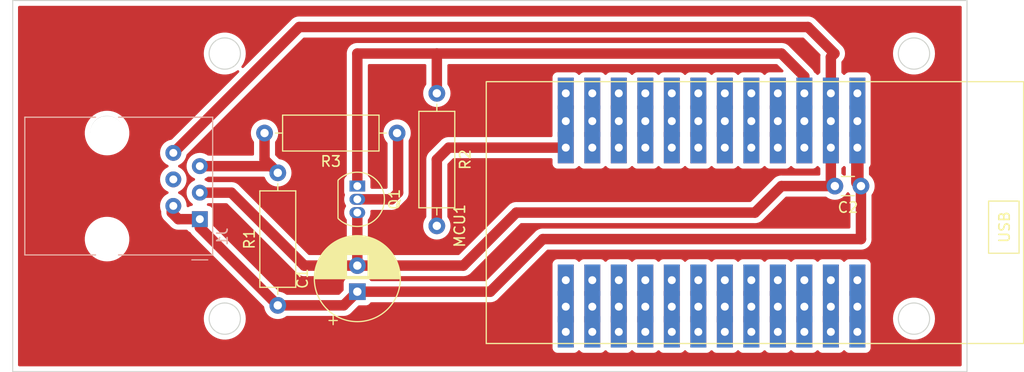
<source format=kicad_pcb>
(kicad_pcb (version 20211014) (generator pcbnew)
  (layers (0 "F.Cu" signal) (31 "B.Cu" signal) (34 "B.Paste" user) (35 "F.Paste" user) (36 "B.SilkS" user "B.Silkscreen") (37 "F.SilkS" user "F.Silkscreen") (38 "B.Mask" user) (39 "F.Mask" user) (44 "Edge.Cuts" user))
  (net 0 "")
  (net 1 "/5 volt")
  (net 2 "Net-(MCU1-Pad3)")
  (net 3 "GND")
  (net 4 "/3.3 volt")
  (net 7 "Net-(Q1-Pad2)")
  (net 9 "unconnected-(MCU1-Pad5)")
  (net 27 "Net-(J1-Pad5)")
  (footprint "Resistor_THT:R_Axial_DIN0309_L9.0mm_D3.2mm_P12.70mm_Horizontal" (layer "F.Cu") (at 55.88 21.59 -90)
    (fp_text reference "R2" (at 6.35 -2.72 90) (layer "F.SilkS"))
    (fp_text value "10000")
    (fp_line (start 10.97 1.72) (end 10.97 -1.72) (layer "F.SilkS") (width 0.12))
    (fp_line (start 1.04 0) (end 1.73 0) (layer "F.SilkS") (width 0.12))
    (fp_line (start 1.73 -1.72) (end 1.73 1.72) (layer "F.SilkS") (width 0.12))
    (fp_line (start 1.73 1.72) (end 10.97 1.72) (layer "F.SilkS") (width 0.12))
    (fp_line (start 10.97 -1.72) (end 1.73 -1.72) (layer "F.SilkS") (width 0.12))
    (fp_line (start 11.66 0) (end 10.97 0) (layer "F.SilkS") (width 0.12))
    (pad "1" thru_hole circle (at 0 0 270) (size 1.6 1.6) (drill 0.8) (layers *.Cu *.Mask) (net 2 "Net-(MCU1-Pad3)"))
    (pad "2" thru_hole oval (at 12.7 0 270) (size 1.6 1.6) (drill 0.8) (layers *.Cu *.Mask) (net 4 "/3.3 volt"))
  )
  (footprint "Capacitor_THT:CP_Radial_D8.0mm_P2.50mm" (layer "F.Cu") (at 48.26 40.6 90)
    (fp_text reference "C1" (at 1.25 -5.25 90) (layer "F.SilkS"))
    (fp_text value "50 UF")
    (fp_line (start 3.091 1.04) (end 3.091 3.647) (layer "F.SilkS") (width 0.12))
    (fp_line (start 4.091 -2.945) (end 4.091 2.945) (layer "F.SilkS") (width 0.12))
    (fp_line (start 2.091 1.04) (end 2.091 3.994) (layer "F.SilkS") (width 0.12))
    (fp_line (start 4.851 -1.964) (end 4.851 1.964) (layer "F.SilkS") (width 0.12))
    (fp_line (start 1.65 1.04) (end 1.65 4.061) (layer "F.SilkS") (width 0.12))
    (fp_line (start 2.131 1.04) (end 2.131 3.985) (layer "F.SilkS") (width 0.12))
    (fp_line (start 2.331 -3.936) (end 2.331 -1.04) (layer "F.SilkS") (width 0.12))
    (fp_line (start 1.61 -4.065) (end 1.61 -1.04) (layer "F.SilkS") (width 0.12))
    (fp_line (start 5.331 -0.533) (end 5.331 0.533) (layer "F.SilkS") (width 0.12))
    (fp_line (start 4.011 -3.019) (end 4.011 3.019) (layer "F.SilkS") (width 0.12))
    (fp_line (start 3.891 -3.124) (end 3.891 3.124) (layer "F.SilkS") (width 0.12))
    (fp_line (start 3.011 1.04) (end 3.011 3.686) (layer "F.SilkS") (width 0.12))
    (fp_line (start 3.731 -3.25) (end 3.731 3.25) (layer "F.SilkS") (width 0.12))
    (fp_line (start 3.291 1.04) (end 3.291 3.54) (layer "F.SilkS") (width 0.12))
    (fp_line (start 3.411 -3.469) (end 3.411 -1.04) (layer "F.SilkS") (width 0.12))
    (fp_line (start 5.211 -1.098) (end 5.211 1.098) (layer "F.SilkS") (width 0.12))
    (fp_line (start 2.451 1.04) (end 2.451 3.902) (layer "F.SilkS") (width 0.12))
    (fp_line (start 2.171 1.04) (end 2.171 3.976) (layer "F.SilkS") (width 0.12))
    (fp_line (start 3.651 -3.309) (end 3.651 3.309) (layer "F.SilkS") (width 0.12))
    (fp_line (start 1.81 -4.042) (end 1.81 -1.04) (layer "F.SilkS") (width 0.12))
    (fp_line (start 3.931 -3.09) (end 3.931 3.09) (layer "F.SilkS") (width 0.12))
    (fp_line (start 2.211 -3.967) (end 2.211 -1.04) (layer "F.SilkS") (width 0.12))
    (fp_line (start 2.371 1.04) (end 2.371 3.925) (layer "F.SilkS") (width 0.12))
    (fp_line (start 1.53 1.04) (end 1.53 4.071) (layer "F.SilkS") (width 0.12))
    (fp_line (start 2.971 -3.704) (end 2.971 -1.04) (layer "F.SilkS") (width 0.12))
    (fp_line (start 2.331 1.04) (end 2.331 3.936) (layer "F.SilkS") (width 0.12))
    (fp_line (start 1.971 1.04) (end 1.971 4.017) (layer "F.SilkS") (width 0.12))
    (fp_line (start 4.971 -1.731) (end 4.971 1.731) (layer "F.SilkS") (width 0.12))
    (fp_line (start 2.411 -3.914) (end 2.411 -1.04) (layer "F.SilkS") (width 0.12))
    (fp_line (start 4.171 -2.867) (end 4.171 2.867) (layer "F.SilkS") (width 0.12))
    (fp_line (start 3.291 -3.54) (end 3.291 -1.04) (layer "F.SilkS") (width 0.12))
    (fp_line (start 4.411 -2.604) (end 4.411 2.604) (layer "F.SilkS") (width 0.12))
    (fp_line (start 3.531 -3.392) (end 3.531 -1.04) (layer "F.SilkS") (width 0.12))
    (fp_line (start 1.93 1.04) (end 1.93 4.024) (layer "F.SilkS") (width 0.12))
    (fp_line (start 3.131 -3.627) (end 3.131 -1.04) (layer "F.SilkS") (width 0.12))
    (fp_line (start 3.371 1.04) (end 3.371 3.493) (layer "F.SilkS") (width 0.12))
    (fp_line (start 2.211 1.04) (end 2.211 3.967) (layer "F.SilkS") (width 0.12))
    (fp_line (start 4.731 -2.166) (end 4.731 2.166) (layer "F.SilkS") (width 0.12))
    (fp_line (start 2.531 -3.877) (end 2.531 -1.04) (layer "F.SilkS") (width 0.12))
    (fp_line (start 2.651 -3.835) (end 2.651 -1.04) (layer "F.SilkS") (width 0.12))
    (fp_line (start 1.69 1.04) (end 1.69 4.057) (layer "F.SilkS") (width 0.12))
    (fp_line (start 2.171 -3.976) (end 2.171 -1.04) (layer "F.SilkS") (width 0.12))
    (fp_line (start 1.81 1.04) (end 1.81 4.042) (layer "F.SilkS") (width 0.12))
    (fp_line (start 1.57 -4.068) (end 1.57 -1.04) (layer "F.SilkS") (width 0.12))
    (fp_line (start 1.85 -4.037) (end 1.85 -1.04) (layer "F.SilkS") (width 0.12))
    (fp_line (start 5.251 -0.948) (end 5.251 0.948) (layer "F.SilkS") (width 0.12))
    (fp_line (start 2.011 -4.01) (end 2.011 -1.04) (layer "F.SilkS") (width 0.12))
    (fp_line (start 1.33 -4.08) (end 1.33 4.08) (layer "F.SilkS") (width 0.12))
    (fp_line (start 5.131 -1.346) (end 5.131 1.346) (layer "F.SilkS") (width 0.12))
    (fp_line (start 1.89 1.04) (end 1.89 4.03) (layer "F.SilkS") (width 0.12))
    (fp_line (start 5.011 -1.645) (end 5.011 1.645) (layer "F.SilkS") (width 0.12))
    (fp_line (start 2.491 1.04) (end 2.491 3.889) (layer "F.SilkS") (width 0.12))
    (fp_line (start 4.371 -2.651) (end 4.371 2.651) (layer "F.SilkS") (width 0.12))
    (fp_line (start 2.851 1.04) (end 2.851 3.757) (layer "F.SilkS") (width 0.12))
    (fp_line (start 3.171 1.04) (end 3.171 3.606) (layer "F.SilkS") (width 0.12))
    (fp_line (start 3.811 -3.189) (end 3.811 3.189) (layer "F.SilkS") (width 0.12))
    (fp_line (start 3.051 -3.666) (end 3.051 -1.04) (layer "F.SilkS") (width 0.12))
    (fp_line (start 4.811 -2.034) (end 4.811 2.034) (layer "F.SilkS") (width 0.12))
    (fp_line (start 4.771 -2.102) (end 4.771 2.102) (layer "F.SilkS") (width 0.12))
    (fp_line (start 2.291 -3.947) (end 2.291 -1.04) (layer "F.SilkS") (width 0.12))
    (fp_line (start 3.571 -3.365) (end 3.571 3.365) (layer "F.SilkS") (width 0.12))
    (fp_line (start 2.291 1.04) (end 2.291 3.947) (layer "F.SilkS") (width 0.12))
    (fp_line (start 5.091 -1.453) (end 5.091 1.453) (layer "F.SilkS") (width 0.12))
    (fp_line (start 2.811 1.04) (end 2.811 3.774) (layer "F.SilkS") (width 0.12))
    (fp_line (start 2.051 1.04) (end 2.051 4.002) (layer "F.SilkS") (width 0.12))
    (fp_line (start 2.571 -3.863) (end 2.571 -1.04) (layer "F.SilkS") (width 0.12))
    (fp_line (start 2.731 1.04) (end 2.731 3.805) (layer "F.SilkS") (width 0.12))
    (fp_line (start 4.531 -2.454) (end 4.531 2.454) (layer "F.SilkS") (width 0.12))
    (fp_line (start 3.411 1.04) (end 3.411 3.469) (layer "F.SilkS") (width 0.12))
    (fp_line (start 2.891 1.04) (end 2.891 3.74) (layer "F.SilkS") (width 0.12))
    (fp_line (start 1.25 -4.08) (end 1.25 4.08) (layer "F.SilkS") (width 0.12))
    (fp_line (start 3.251 -3.562) (end 3.251 -1.04) (layer "F.SilkS") (width 0.12))
    (fp_line (start 3.371 -3.493) (end 3.371 -1.04) (layer "F.SilkS") (width 0.12))
    (fp_line (start 4.691 -2.228) (end 4.691 2.228) (layer "F.SilkS") (width 0.12))
    (fp_line (start 2.931 1.04) (end 2.931 3.722) (layer "F.SilkS") (width 0.12))
    (fp_line (start 3.251 1.04) (end 3.251 3.562) (layer "F.SilkS") (width 0.12))
    (fp_line (start 3.451 1.04) (end 3.451 3.444) (layer "F.SilkS") (width 0.12))
    (fp_line (start 2.811 -3.774) (end 2.811 -1.04) (layer "F.SilkS") (width 0.12))
    (fp_line (start 1.29 -4.08) (end 1.29 4.08) (layer "F.SilkS") (width 0.12))
    (fp_line (start 2.251 -3.957) (end 2.251 -1.04) (layer "F.SilkS") (width 0.12))
    (fp_line (start 2.611 1.04) (end 2.611 3.85) (layer "F.SilkS") (width 0.12))
    (fp_line (start 4.931 -1.813) (end 4.931 1.813) (layer "F.SilkS") (width 0.12))
    (fp_line (start 4.211 -2.826) (end 4.211 2.826) (layer "F.SilkS") (width 0.12))
    (fp_line (start 5.051 -1.552) (end 5.051 1.552) (layer "F.SilkS") (width 0.12))
    (fp_line (start 3.691 -3.28) (end 3.691 3.28) (layer "F.SilkS") (width 0.12))
    (fp_line (start 5.291 -0.768) (end 5.291 0.768) (layer "F.SilkS") (width 0.12))
    (fp_line (start 4.491 -2.505) (end 4.491 2.505) (layer "F.SilkS") (width 0.12))
    (fp_line (start 3.091 -3.647) (end 3.091 -1.04) (layer "F.SilkS") (width 0.12))
    (fp_line (start 2.251 1.04) (end 2.251 3.957) (layer "F.SilkS") (width 0.12))
    (fp_line (start 1.69 -4.057) (end 1.69 -1.04) (layer "F.SilkS") (width 0.12))
    (fp_line (start 1.57 1.04) (end 1.57 4.068) (layer "F.SilkS") (width 0.12))
    (fp_line (start 4.251 -2.784) (end 4.251 2.784) (layer "F.SilkS") (width 0.12))
    (fp_line (start 1.77 1.04) (end 1.77 4.048) (layer "F.SilkS") (width 0.12))
    (fp_line (start 2.851 -3.757) (end 2.851 -1.04) (layer "F.SilkS") (width 0.12))
    (fp_line (start 1.85 1.04) (end 1.85 4.037) (layer "F.SilkS") (width 0.12))
    (fp_line (start 2.691 1.04) (end 2.691 3.821) (layer "F.SilkS") (width 0.12))
    (fp_line (start 3.331 -3.517) (end 3.331 -1.04) (layer "F.SilkS") (width 0.12))
    (fp_line (start 1.77 -4.048) (end 1.77 -1.04) (layer "F.SilkS") (width 0.12))
    (fp_line (start 4.051 -2.983) (end 4.051 2.983) (layer "F.SilkS") (width 0.12))
    (fp_line (start 2.131 -3.985) (end 2.131 -1.04) (layer "F.SilkS") (width 0.12))
    (fp_line (start 2.931 -3.722) (end 2.931 -1.04) (layer "F.SilkS") (width 0.12))
    (fp_line (start 3.451 -3.444) (end 3.451 -1.04) (layer "F.SilkS") (width 0.12))
    (fp_line (start 1.49 1.04) (end 1.49 4.074) (layer "F.SilkS") (width 0.12))
    (fp_line (start 2.011 1.04) (end 2.011 4.01) (layer "F.SilkS") (width 0.12))
    (fp_line (start 3.971 -3.055) (end 3.971 3.055) (layer "F.SilkS") (width 0.12))
    (fp_line (start 4.451 -2.556) (end 4.451 2.556) (layer "F.SilkS") (width 0.12))
    (fp_line (start 4.331 -2.697) (end 4.331 2.697) (layer "F.SilkS") (width 0.12))
    (fp_line (start 1.37 -4.079) (end 1.37 4.079) (layer "F.SilkS") (width 0.12))
    (fp_line (start 1.73 1.04) (end 1.73 4.052) (layer "F.SilkS") (width 0.12))
    (fp_line (start 2.771 1.04) (end 2.771 3.79) (layer "F.SilkS") (width 0.12))
    (fp_line (start 2.731 -3.805) (end 2.731 -1.04) (layer "F.SilkS") (width 0.12))
    (fp_line (start -2.759698 -2.715) (end -2.759698 -1.915) (layer "F.SilkS") (width 0.12))
    (fp_line (start 2.491 -3.889) (end 2.491 -1.04) (layer "F.SilkS") (width 0.12))
    (fp_line (start 3.051 1.04) (end 3.051 3.666) (layer "F.SilkS") (width 0.12))
    (fp_line (start 3.131 1.04) (end 3.131 3.627) (layer "F.SilkS") (width 0.12))
    (fp_line (start 4.651 -2.287) (end 4.651 2.287) (layer "F.SilkS") (width 0.12))
    (fp_line (start 3.211 1.04) (end 3.211 3.584) (layer "F.SilkS") (width 0.12))
    (fp_line (start 2.051 -4.002) (end 2.051 -1.04) (layer "F.SilkS") (width 0.12))
    (fp_line (start 5.171 -1.229) (end 5.171 1.229) (layer "F.SilkS") (width 0.12))
    (fp_line (start 1.65 -4.061) (end 1.65 -1.04) (layer "F.SilkS") (width 0.12))
    (fp_line (start 1.41 -4.077) (end 1.41 4.077) (layer "F.SilkS") (width 0.12))
    (fp_line (start 4.891 -1.89) (end 4.891 1.89) (layer "F.SilkS") (width 0.12))
    (fp_line (start 1.53 -4.071) (end 1.53 -1.04) (layer "F.SilkS") (width 0.12))
    (fp_line (start 2.451 -3.902) (end 2.451 -1.04) (layer "F.SilkS") (width 0.12))
    (fp_line (start 2.771 -3.79) (end 2.771 -1.04) (layer "F.SilkS") (width 0.12))
    (fp_line (start 4.131 -2.907) (end 4.131 2.907) (layer "F.SilkS") (width 0.12))
    (fp_line (start 3.491 -3.418) (end 3.491 -1.04) (layer "F.SilkS") (width 0.12))
    (fp_line (start 1.45 -4.076) (end 1.45 4.076) (layer "F.SilkS") (width 0.12))
    (fp_line (start 1.73 -4.052) (end 1.73 -1.04) (layer "F.SilkS") (width 0.12))
    (fp_line (start 2.651 1.04) (end 2.651 3.835) (layer "F.SilkS") (width 0.12))
    (fp_line (start 2.371 -3.925) (end 2.371 -1.04) (layer "F.SilkS") (width 0.12))
    (fp_line (start 2.571 1.04) (end 2.571 3.863) (layer "F.SilkS") (width 0.12))
    (fp_line (start 2.091 -3.994) (end 2.091 -1.04) (layer "F.SilkS") (width 0.12))
    (fp_line (start 2.691 -3.821) (end 2.691 -1.04) (layer "F.SilkS") (width 0.12))
    (fp_line (start 2.611 -3.85) (end 2.611 -1.04) (layer "F.SilkS") (width 0.12))
    (fp_line (start 4.291 -2.741) (end 4.291 2.741) (layer "F.SilkS") (width 0.12))
    (fp_line (start 2.891 -3.74) (end 2.891 -1.04) (layer "F.SilkS") (width 0.12))
    (fp_line (start 4.611 -2.345) (end 4.611 2.345) (layer "F.SilkS") (width 0.12))
    (fp_line (start 1.61 1.04) (end 1.61 4.065) (layer "F.SilkS") (width 0.12))
    (fp_line (start 3.531 1.04) (end 3.531 3.392) (layer "F.SilkS") (width 0.12))
    (fp_line (start 3.211 -3.584) (end 3.211 -1.04) (layer "F.SilkS") (width 0.12))
    (fp_line (start 3.851 -3.156) (end 3.851 3.156) (layer "F.SilkS") (width 0.12))
    (fp_line (start 3.491 1.04) (end 3.491 3.418) (layer "F.SilkS") (width 0.12))
    (fp_line (start 1.49 -4.074) (end 1.49 -1.04) (layer "F.SilkS") (width 0.12))
    (fp_line (start 2.971 1.04) (end 2.971 3.704) (layer "F.SilkS") (width 0.12))
    (fp_line (start 2.531 1.04) (end 2.531 3.877) (layer "F.SilkS") (width 0.12))
    (fp_line (start -3.159698 -2.315) (end -2.359698 -2.315) (layer "F.SilkS") (width 0.12))
    (fp_line (start 2.411 1.04) (end 2.411 3.914) (layer "F.SilkS") (width 0.12))
    (fp_line (start 3.611 -3.338) (end 3.611 3.338) (layer "F.SilkS") (width 0.12))
    (fp_line (start 1.93 -4.024) (end 1.93 -1.04) (layer "F.SilkS") (width 0.12))
    (fp_line (start 3.771 -3.22) (end 3.771 3.22) (layer "F.SilkS") (width 0.12))
    (fp_line (start 1.89 -4.03) (end 1.89 -1.04) (layer "F.SilkS") (width 0.12))
    (fp_line (start 3.331 1.04) (end 3.331 3.517) (layer "F.SilkS") (width 0.12))
    (fp_line (start 3.171 -3.606) (end 3.171 -1.04) (layer "F.SilkS") (width 0.12))
    (fp_line (start 3.011 -3.686) (end 3.011 -1.04) (layer "F.SilkS") (width 0.12))
    (fp_line (start 4.571 -2.4) (end 4.571 2.4) (layer "F.SilkS") (width 0.12))
    (fp_line (start 1.971 -4.017) (end 1.971 -1.04) (layer "F.SilkS") (width 0.12))
    (fp_circle (center 1.25 0) (end 5.37 0) (layer "F.SilkS") (width 0.12) (fill none))
    (pad "1" thru_hole rect (at 0 0 90) (size 1.6 1.6) (drill 0.8) (layers *.Cu *.Mask) (net 1 "/5 volt"))
    (pad "2" thru_hole circle (at 2.5 0 90) (size 1.6 1.6) (drill 0.8) (layers *.Cu *.Mask) (net 3 "GND"))
  )
  (footprint "Package_TO_SOT_THT:TO-92_Inline" (layer "F.Cu") (at 48.26 30.48 -90)
    (fp_text reference "Q1" (at 1.27 -3.56 90) (layer "F.SilkS"))
    (fp_text value "BC547")
    (fp_line (start -0.53 1.85) (end 3.07 1.85) (layer "F.SilkS") (width 0.12))
    (fp_arc (start -0.568478 1.838478) (mid -1.132087 -0.994977) (end 1.27 -2.6) (layer "F.SilkS") (width 0.12))
    (fp_arc (start 1.27 -2.6) (mid 3.672087 -0.994977) (end 3.108478 1.838478) (layer "F.SilkS") (width 0.12))
    (pad "1" thru_hole rect (at 0 0 270) (size 1.05 1.5) (drill 0.75) (layers *.Cu *.Mask) (net 2 "Net-(MCU1-Pad3)"))
    (pad "2" thru_hole oval (at 1.27 0 270) (size 1.05 1.5) (drill 0.75) (layers *.Cu *.Mask) (net 7 "Net-(Q1-Pad2)"))
    (pad "3" thru_hole oval (at 2.54 0 270) (size 1.05 1.5) (drill 0.75) (layers *.Cu *.Mask) (net 3 "GND"))
  )
  (footprint "Resistor_THT:R_Axial_DIN0309_L9.0mm_D3.2mm_P12.70mm_Horizontal" (layer "F.Cu") (at 52.07 25.4 180)
    (fp_text reference "R3" (at 6.35 -2.72) (layer "F.SilkS"))
    (fp_text value "1000")
    (fp_line (start 1.73 1.72) (end 10.97 1.72) (layer "F.SilkS") (width 0.12))
    (fp_line (start 11.66 0) (end 10.97 0) (layer "F.SilkS") (width 0.12))
    (fp_line (start 10.97 1.72) (end 10.97 -1.72) (layer "F.SilkS") (width 0.12))
    (fp_line (start 1.04 0) (end 1.73 0) (layer "F.SilkS") (width 0.12))
    (fp_line (start 1.73 -1.72) (end 1.73 1.72) (layer "F.SilkS") (width 0.12))
    (fp_line (start 10.97 -1.72) (end 1.73 -1.72) (layer "F.SilkS") (width 0.12))
    (pad "1" thru_hole circle (at 0 0 180) (size 1.6 1.6) (drill 0.8) (layers *.Cu *.Mask) (net 7 "Net-(Q1-Pad2)"))
    (pad "2" thru_hole oval (at 12.7 0 180) (size 1.6 1.6) (drill 0.8) (layers *.Cu *.Mask) (net 27 "Net-(J1-Pad5)"))
  )
  (footprint "Capacitor_THT:C_Disc_D3.0mm_W1.6mm_P2.50mm" (layer "F.Cu") (at 96.52 30.48 180)
    (fp_text reference "C2" (at 1.25 -2.05) (layer "F.SilkS"))
    (fp_text value "C")
    (fp_line (start 0.621 0.92) (end 1.879 0.92) (layer "F.SilkS") (width 0.12))
    (fp_line (start 0.621 -0.92) (end 1.879 -0.92) (layer "F.SilkS") (width 0.12))
    (pad "1" thru_hole circle (at 0 0 180) (size 1.6 1.6) (drill 0.8) (layers *.Cu *.Mask) (net 1 "/5 volt"))
    (pad "2" thru_hole circle (at 2.5 0 180) (size 1.6 1.6) (drill 0.8) (layers *.Cu *.Mask) (net 3 "GND"))
  )
  (footprint "ESP32TTGOOLED:TTGO-T-Display" (layer "F.Cu") (at 63.917 34.417 90)
    (fp_text reference "MCU1" (at 0.127 -5.842 90 unlocked) (layer "F.SilkS"))
    (fp_text value "TTGO-T-Display")
    (fp_text user "USB" (at 0 46.355 90 unlocked) (layer "F.SilkS"))
    (fp_rect (start -2.5 47.752) (end 2.5 44.831) (layer "F.SilkS") (width 0.12) (fill none))
    (fp_rect (start -11.148 -3.302) (end 13.942 48.188) (layer "F.SilkS") (width 0.12) (fill none))
    (pad "1" thru_hole rect (at 10.16 32.258 90) (size 3 1.524) (drill 0.762) (layers *.Cu *.Mask) (net 1 "/5 volt"))
    (pad "1" thru_hole rect (at 12.827 32.258 90) (size 3 1.524) (drill 0.762) (layers *.Cu *.Mask) (net 1 "/5 volt"))
    (pad "1" thru_hole rect (at 7.62 32.258 90) (size 3 1.524) (drill 0.762) (layers *.Cu *.Mask) (net 1 "/5 volt"))
    (pad "2" thru_hole rect (at 10.16 29.718 90) (size 3 1.524) (drill 0.762) (layers *.Cu *.Mask) (net 3 "GND"))
    (pad "2" thru_hole rect (at 12.827 29.718 90) (size 3 1.524) (drill 0.762) (layers *.Cu *.Mask) (net 3 "GND"))
    (pad "2" thru_hole rect (at 7.62 29.718 90) (size 3 1.524) (drill 0.762) (layers *.Cu *.Mask) (net 3 "GND"))
    (pad "3" thru_hole rect (at 7.62 27.178 90) (size 3 1.524) (drill 0.762) (layers *.Cu *.Mask) (net 2 "Net-(MCU1-Pad3)"))
    (pad "3" thru_hole rect (at 10.16 27.178 90) (size 3 1.524) (drill 0.762) (layers *.Cu *.Mask) (net 2 "Net-(MCU1-Pad3)"))
    (pad "3" thru_hole rect (at 12.827 27.178 90) (size 3 1.524) (drill 0.762) (layers *.Cu *.Mask) (net 2 "Net-(MCU1-Pad3)"))
    (pad "4" thru_hole rect (at 12.827 24.638 90) (size 3 1.524) (drill 0.762) (layers *.Cu *.Mask))
    (pad "4" thru_hole rect (at 7.62 24.638 90) (size 3 1.524) (drill 0.762) (layers *.Cu *.Mask))
    (pad "4" thru_hole rect (at 10.16 24.638 90) (size 3 1.524) (drill 0.762) (layers *.Cu *.Mask))
    (pad "5" thru_hole rect (at 12.827 22.098 90) (size 3 1.524) (drill 0.762) (layers *.Cu *.Mask) (net 9 "unconnected-(MCU1-Pad5)"))
    (pad "5" thru_hole rect (at 10.16 22.098 90) (size 3 1.524) (drill 0.762) (layers *.Cu *.Mask) (net 9 "unconnected-(MCU1-Pad5)"))
    (pad "5" thru_hole rect (at 7.62 22.098 90) (size 3 1.524) (drill 0.762) (layers *.Cu *.Mask) (net 9 "unconnected-(MCU1-Pad5)"))
    (pad "6" thru_hole rect (at 7.62 19.558 90) (size 3 1.524) (drill 0.762) (layers *.Cu *.Mask))
    (pad "6" thru_hole rect (at 10.16 19.558 90) (size 3 1.524) (drill 0.762) (layers *.Cu *.Mask))
    (pad "6" thru_hole rect (at 12.827 19.558 90) (size 3 1.524) (drill 0.762) (layers *.Cu *.Mask))
    (pad "7" thru_hole rect (at 10.16 17.018 90) (size 3 1.524) (drill 0.762) (layers *.Cu *.Mask))
    (pad "7" thru_hole rect (at 12.827 17.018 90) (size 3 1.524) (drill 0.762) (layers *.Cu *.Mask))
    (pad "7" thru_hole rect (at 7.62 17.018 90) (size 3 1.524) (drill 0.762) (layers *.Cu *.Mask))
    (pad "8" thru_hole rect (at 7.62 14.478 90) (size 3 1.524) (drill 0.762) (layers *.Cu *.Mask))
    (pad "8" thru_hole rect (at 12.827 14.478 90) (size 3 1.524) (drill 0.762) (layers *.Cu *.Mask))
    (pad "8" thru_hole rect (at 10.16 14.478 90) (size 3 1.524) (drill 0.762) (layers *.Cu *.Mask))
    (pad "9" thru_hole rect (at 12.827 11.938 90) (size 3 1.524) (drill 0.762) (layers *.Cu *.Mask))
    (pad "9" thru_hole rect (at 10.16 11.938 90) (size 3 1.524) (drill 0.762) (layers *.Cu *.Mask))
    (pad "9" thru_hole rect (at 7.62 11.938 90) (size 3 1.524) (drill 0.762) (layers *.Cu *.Mask))
    (pad "10" thru_hole rect (at 10.16 9.398 90) (size 3 1.524) (drill 0.762) (layers *.Cu *.Mask))
    (pad "10" thru_hole rect (at 7.62 9.398 90) (size 3 1.524) (drill 0.762) (layers *.Cu *.Mask))
    (pad "10" thru_hole rect (at 12.827 9.398 90) (size 3 1.524) (drill 0.762) (layers *.Cu *.Mask))
    (pad "11" thru_hole rect (at 10.16 6.858 90) (size 3 1.524) (drill 0.762) (layers *.Cu *.Mask))
    (pad "11" thru_hole rect (at 12.827 6.858 90) (size 3 1.524) (drill 0.762) (layers *.Cu *.Mask))
    (pad "11" thru_hole rect (at 7.62 6.858 90) (size 3 1.524) (drill 0.762) (layers *.Cu *.Mask))
    (pad "12" thru_hole rect (at 12.827 4.318 90) (size 3 1.524) (drill 0.762) (layers *.Cu *.Mask) (net 4 "/3.3 volt"))
    (pad "12" thru_hole rect (at 7.62 4.318 90) (size 3 1.524) (drill 0.762) (layers *.Cu *.Mask) (net 4 "/3.3 volt"))
    (pad "12" thru_hole rect (at 10.16 4.318 90) (size 3 1.524) (drill 0.762) (layers *.Cu *.Mask) (net 4 "/3.3 volt"))
    (pad "13" thru_hole rect (at -7.62 32.258 90) (size 3 1.524) (drill 0.762) (layers *.Cu *.Mask))
    (pad "13" thru_hole rect (at -5.08 32.258 90) (size 3 1.524) (drill 0.762) (layers *.Cu *.Mask))
    (pad "13" thru_hole rect (at -10.033 32.258 90) (size 3 1.524) (drill 0.762) (layers *.Cu *.Mask))
    (pad "14" thru_hole rect (at -10.033 29.718 90) (size 3 1.524) (drill 0.762) (layers *.Cu *.Mask))
    (pad "14" thru_hole rect (at -7.62 29.718 90) (size 3 1.524) (drill 0.762) (layers *.Cu *.Mask))
    (pad "14" thru_hole rect (at -5.08 29.718 90) (size 3 1.524) (drill 0.762) (layers *.Cu *.Mask))
    (pad "15" thru_hole rect (at -7.62 27.178 90) (size 3 1.524) (drill 0.762) (layers *.Cu *.Mask))
    (pad "15" thru_hole rect (at -5.08 27.178 90) (size 3 1.524) (drill 0.762) (layers *.Cu *.Mask))
    (pad "15" thru_hole rect (at -10.033 27.178 90) (size 3 1.524) (drill 0.762) (layers *.Cu *.Mask))
    (pad "16" thru_hole rect (at -7.62 24.638 90) (size 3 1.524) (drill 0.762) (layers *.Cu *.Mask))
    (pad "16" thru_hole rect (at -10.033 24.638 90) (size 3 1.524) (drill 0.762) (layers *.Cu *.Mask))
    (pad "16" thru_hole rect (at -5.08 24.638 90) (size 3 1.524) (drill 0.762) (layers *.Cu *.Mask))
    (pad "17" thru_hole rect (at -5.08 22.098 90) (size 3 1.524) (drill 0.762) (layers *.Cu *.Mask))
    (pad "17" thru_hole rect (at -7.62 22.098 90) (size 3 1.524) (drill 0.762) (layers *.Cu *.Mask))
    (pad "17" thru_hole rect (at -10.033 22.098 90) (size 3 1.524) (drill 0.762) (layers *.Cu *.Mask))
    (pad "18" thru_hole rect (at -7.62 19.558 90) (size 3 1.524) (drill 0.762) (layers *.Cu *.Mask))
    (pad "18" thru_hole rect (at -5.08 19.558 90) (size 3 1.524) (drill 0.762) (layers *.Cu *.Mask))
    (pad "18" thru_hole rect (at -10.033 19.558 90) (size 3 1.524) (drill 0.762) (layers *.Cu *.Mask))
    (pad "19" thru_hole rect (at -7.62 17.018 90) (size 3 1.524) (drill 0.762) (layers *.Cu *.Mask))
    (pad "19" thru_hole rect (at -10.033 17.018 90) (size 3 1.524) (drill 0.762) (layers *.Cu *.Mask))
    (pad "19" thru_hole rect (at -5.08 17.018 90) (size 3 1.524) (drill 0.762) (layers *.Cu *.Mask))
    (pad "20" thru_hole rect (at -10.033 14.478 90) (size 3 1.524) (drill 0.762) (layers *.Cu *.Mask))
    (pad "20" thru_hole rect (at -5.08 14.478 90) (size 3 1.524) (drill 0.762) (layers *.Cu *.Mask))
    (pad "20" thru_hole rect (at -7.62 14.478 90) (size 3 1.524) (drill 0.762) (layers *.Cu *.Mask))
    (pad "21" thru_hole rect (at -7.62 11.938 90) (size 3 1.524) (drill 0.762) (layers *.Cu *.Mask))
    (pad "21" thru_hole rect (at -5.08 11.938 90) (size 3 1.524) (drill 0.762) (layers *.Cu *.Mask))
    (pad "21" thru_hole rect (at -10.033 11.938 90) (size 3 1.524) (drill 0.762) (layers *.Cu *.Mask))
    (pad "22" thru_hole rect (at -7.62 9.398 90) (size 3 1.524) (drill 0.762) (layers *.Cu *.Mask))
    (pad "22" thru_hole rect (at -10.033 9.398 90) (size 3 1.524) (drill 0.762) (layers *.Cu *.Mask))
    (pad "22" thru_hole rect (at -5.08 9.398 90) (size 3 1.524) (drill 0.762) (layers *.Cu *.Mask))
    (pad "23" thru_hole rect (at -7.62 6.858 90) (size 3 1.524) (drill 0.762) (layers *.Cu *.Mask))
    (pad "23" thru_hole rect (at -5.08 6.858 90) (size 3 1.524) (drill 0.762) (layers *.Cu *.Mask))
    (pad "23" thru_hole rect (at -10.033 6.858 90) (size 3 1.524) (drill 0.762) (layers *.Cu *.Mask))
    (pad "24" thru_hole rect (at -10.033 4.318 90) (size 3 1.524) (drill 0.762) (layers *.Cu *.Mask))
    (pad "24" thru_hole rect (at -7.62 4.318 90) (size 3 1.524) (drill 0.762) (layers *.Cu *.Mask))
    (pad "24" thru_hole rect (at -5.08 4.318 90) (size 3 1.524) (drill 0.762) (layers *.Cu *.Mask))
  )
  (footprint "Resistor_THT:R_Axial_DIN0309_L9.0mm_D3.2mm_P12.70mm_Horizontal" (layer "F.Cu") (at 40.64 41.91 90)
    (fp_text reference "R1" (at 6.35 -2.72 90) (layer "F.SilkS"))
    (fp_text value "10000R")
    (fp_line (start 10.97 -1.72) (end 1.73 -1.72) (layer "F.SilkS") (width 0.12))
    (fp_line (start 1.73 1.72) (end 10.97 1.72) (layer "F.SilkS") (width 0.12))
    (fp_line (start 10.97 1.72) (end 10.97 -1.72) (layer "F.SilkS") (width 0.12))
    (fp_line (start 1.73 -1.72) (end 1.73 1.72) (layer "F.SilkS") (width 0.12))
    (fp_line (start 11.66 0) (end 10.97 0) (layer "F.SilkS") (width 0.12))
    (fp_line (start 1.04 0) (end 1.73 0) (layer "F.SilkS") (width 0.12))
    (pad "1" thru_hole circle (at 0 0 90) (size 1.6 1.6) (drill 0.8) (layers *.Cu *.Mask) (net 1 "/5 volt"))
    (pad "2" thru_hole oval (at 12.7 0 90) (size 1.6 1.6) (drill 0.8) (layers *.Cu *.Mask) (net 27 "Net-(J1-Pad5)"))
  )
  (footprint "Connector_RJ:RJ12_Amphenol_54601" (layer "B.Cu") (at 33.17 33.65 90)
    (fp_text reference "J1" (at -1.67 2.16 90) (layer "B.SilkS") (effects (justify mirror)))
    (fp_text value "RJ12")
    (fp_line (start 9.77 -16.77) (end 9.77 -9.99) (layer "B.SilkS") (width 0.12))
    (fp_line (start -3.43 1.23) (end 9.77 1.23) (layer "B.SilkS") (width 0.12))
    (fp_line (start 9.77 1.23) (end 9.77 -7.79) (layer "B.SilkS") (width 0.12))
    (fp_line (start 9.77 -16.65) (end 9.77 -16.77) (layer "B.SilkS") (width 0.1))
    (fp_line (start -3.9 -0.77) (end -3.9 0.76) (layer "B.SilkS") (width 0.12))
    (fp_line (start 9.77 -16.76) (end 9.77 -16.77) (layer "B.SilkS") (width 0.1))
    (fp_line (start 9.77 -16.77) (end -3.43 -16.77) (layer "B.SilkS") (width 0.12))
    (fp_line (start -3.43 -7.72) (end -3.43 -7.79) (layer "B.SilkS") (width 0.1))
    (fp_line (start -3.43 -16.77) (end -3.43 -9.99) (layer "B.SilkS") (width 0.12))
    (fp_line (start -3.43 -7.79) (end -3.43 1.23) (layer "B.SilkS") (width 0.12))
    (pad "" np_thru_hole circle (at 8.25 -8.89 90) (size 3.25 3.25) (drill 3.25) (layers *.Cu *.Mask))
    (pad "" np_thru_hole circle (at -1.91 -8.89 90) (size 3.25 3.25) (drill 3.25) (layers *.Cu *.Mask))
    (pad "1" thru_hole rect (at 0 0 90) (size 1.52 1.52) (drill 0.76) (layers *.Cu *.Mask) (net 1 "/5 volt"))
    (pad "2" thru_hole circle (at 1.27 -2.54 90) (size 1.52 1.52) (drill 0.76) (layers *.Cu *.Mask) (net 1 "/5 volt"))
    (pad "3" thru_hole circle (at 2.54 0 90) (size 1.52 1.52) (drill 0.76) (layers *.Cu *.Mask) (net 3 "GND"))
    (pad "4" thru_hole circle (at 3.81 -2.54 90) (size 1.52 1.52) (drill 0.76) (layers *.Cu *.Mask))
    (pad "5" thru_hole circle (at 5.08 0 90) (size 1.52 1.52) (drill 0.76) (layers *.Cu *.Mask) (net 27 "Net-(J1-Pad5)"))
    (pad "6" thru_hole circle (at 6.35 -2.54 90) (size 1.52 1.52) (drill 0.76) (layers *.Cu *.Mask) (net 3 "GND"))
  )
  (gr_circle (center 24.261513 25.327149) (end 23.738011 23.887519) (layer "Edge.Cuts") (width 0.1) (fill none))
  (gr_circle (center 35.56 17.78) (end 37.06 17.78) (layer "Edge.Cuts") (width 0.1) (fill none))
  (gr_line (start 106.68 12.7) (end 106.68 48.26) (layer "Edge.Cuts") (width 0.1))
  (gr_line (start 15.24 12.7) (end 106.68 12.7) (layer "Edge.Cuts") (width 0.1))
  (gr_circle (center 101.6 17.78) (end 103.1 17.78) (layer "Edge.Cuts") (width 0.1) (fill none))
  (gr_line (start 106.68 48.26) (end 15.24 48.26) (layer "Edge.Cuts") (width 0.1))
  (gr_circle (center 101.6 43.18) (end 103.1 43.18) (layer "Edge.Cuts") (width 0.1) (fill none))
  (gr_line (start 15.24 48.26) (end 15.24 12.7) (layer "Edge.Cuts") (width 0.1))
  (gr_circle (center 24.261513 35.56) (end 24.261513 35.56) (layer "Edge.Cuts") (width 0.1) (fill none))
  (gr_circle (center 35.56 43.18) (end 37.06 43.18) (layer "Edge.Cuts") (width 0.1) (fill none))
  (gr_circle (center 24.261513 35.56) (end 23.47626 34.270303) (layer "Edge.Cuts") (width 0.1) (fill none))
  (segment (start 96.175 26.797) (end 96.175 30.135) (width 1.2) (layer "F.Cu") (net 1))
  (segment (start 33.17 34.44) (end 40.64 41.91) (width 1) (layer "F.Cu") (net 1))
  (segment (start 61 40.6) (end 63.5 38.1) (width 1) (layer "F.Cu") (net 1))
  (segment (start 96.52 35.56) (end 96.52 30.48) (width 1) (layer "F.Cu") (net 1))
  (segment (start 66.04 35.56) (end 96.52 35.56) (width 1) (layer "F.Cu") (net 1))
  (segment (start 46.95 41.91) (end 48.26 40.6) (width 1) (layer "F.Cu") (net 1))
  (segment (start 33.17 33.65) (end 33.17 34.44) (width 1) (layer "F.Cu") (net 1))
  (segment (start 30.48 32.53) (end 30.63 32.38) (width 1) (layer "F.Cu") (net 1))
  (segment (start 63.5 38.1) (end 66.04 35.56) (width 1) (layer "F.Cu") (net 1))
  (segment (start 48.26 40.6) (end 61 40.6) (width 1) (layer "F.Cu") (net 1))
  (segment (start 31.11 33.65) (end 30.48 33.02) (width 1) (layer "F.Cu") (net 1))
  (segment (start 33.17 33.65) (end 31.11 33.65) (width 1) (layer "F.Cu") (net 1))
  (segment (start 40.64 41.91) (end 46.95 41.91) (width 1) (layer "F.Cu") (net 1))
  (segment (start 96.52 30.48) (end 96.175 30.135) (width 1) (layer "F.Cu") (net 1))
  (segment (start 30.48 33.02) (end 30.48 32.53) (width 1) (layer "F.Cu") (net 1))
  (segment (start 91.095 19.975) (end 88.9 17.78) (width 1) (layer "F.Cu") (net 2))
  (segment (start 48.26 17.78) (end 48.26 30.48) (width 1) (layer "F.Cu") (net 2))
  (segment (start 91.095 21.59) (end 91.095 19.975) (width 1) (layer "F.Cu") (net 2))
  (segment (start 88.9 17.78) (end 55.88 17.78) (width 1) (layer "F.Cu") (net 2))
  (segment (start 55.88 17.78) (end 55.88 21.59) (width 1) (layer "F.Cu") (net 2))
  (segment (start 55.88 17.78) (end 48.26 17.78) (width 1) (layer "F.Cu") (net 2))
  (segment (start 93.635 26.797) (end 93.635 30.135) (width 1) (layer "F.Cu") (net 3))
  (segment (start 58.42 38.1) (end 48.26 38.1) (width 1) (layer "F.Cu") (net 3))
  (segment (start 94.02 30.48) (end 88.9 30.48) (width 1) (layer "F.Cu") (net 3))
  (segment (start 93.98 17.78) (end 93.635 18.125) (width 1) (layer "F.Cu") (net 3))
  (segment (start 63.5 33.02) (end 58.42 38.1) (width 1) (layer "F.Cu") (net 3))
  (segment (start 48.26 38.1) (end 43.18 38.1) (width 1) (layer "F.Cu") (net 3))
  (segment (start 48.26 33.02) (end 48.26 38.1) (width 1) (layer "F.Cu") (net 3))
  (segment (start 86.36 33.02) (end 63.5 33.02) (width 1) (layer "F.Cu") (net 3))
  (segment (start 30.63 27.3) (end 42.69 15.24) (width 1) (layer "F.Cu") (net 3))
  (segment (start 36.19 31.11) (end 33.17 31.11) (width 1) (layer "F.Cu") (net 3))
  (segment (start 43.18 38.1) (end 36.19 31.11) (width 1) (layer "F.Cu") (net 3))
  (segment (start 93.635 30.135) (end 93.98 30.48) (width 1) (layer "F.Cu") (net 3))
  (segment (start 93.635 18.125) (end 93.635 21.59) (width 1) (layer "F.Cu") (net 3))
  (segment (start 88.9 30.48) (end 86.36 33.02) (width 1) (layer "F.Cu") (net 3))
  (segment (start 42.69 15.24) (end 91.44 15.24) (width 1) (layer "F.Cu") (net 3))
  (segment (start 91.44 15.24) (end 93.98 17.78) (width 1) (layer "F.Cu") (net 3))
  (segment (start 57.023 26.797) (end 68.235 26.797) (width 1) (layer "F.Cu") (net 4))
  (segment (start 55.88 27.94) (end 57.023 26.797) (width 1) (layer "F.Cu") (net 4))
  (segment (start 55.88 34.29) (end 55.88 27.94) (width 1) (layer "F.Cu") (net 4))
  (segment (start 51.526661 31.75) (end 52.168008 31.108653) (width 1) (layer "F.Cu") (net 7))
  (segment (start 48.26 31.75) (end 51.526661 31.75) (width 1) (layer "F.Cu") (net 7))
  (segment (start 52.168008 25.498008) (end 52.07 25.4) (width 1) (layer "F.Cu") (net 7))
  (segment (start 52.168008 31.108653) (end 52.168008 25.498008) (width 1) (layer "F.Cu") (net 7))
  (segment (start 86.432 25.527) (end 86.432 23.912) (width 0.25) (layer "F.Cu") (net 9))
  (segment (start 39.37 27.94) (end 39.37 25.4) (width 1) (layer "F.Cu") (net 27))
  (segment (start 40 28.57) (end 40.64 29.21) (width 1) (layer "F.Cu") (net 27))
  (segment (start 33.17 28.57) (end 40 28.57) (width 1) (layer "F.Cu") (net 27))
  (segment (start 39.37 27.94) (end 40.64 29.21) (width 1) (layer "F.Cu") (net 27))
  (zone (net 0) (net_name "") (layer "F.Cu") (connect_pads (clearance 0.508)) (min_thickness 0.254) (fill yes (thermal_gap 0.508) (thermal_bridge_width 0.508))
    (polygon (pts (xy 106.68 48.26) (xy 15.24 48.26) (xy 15.24 12.7) (xy 106.68 12.7)))
  )
)
</source>
